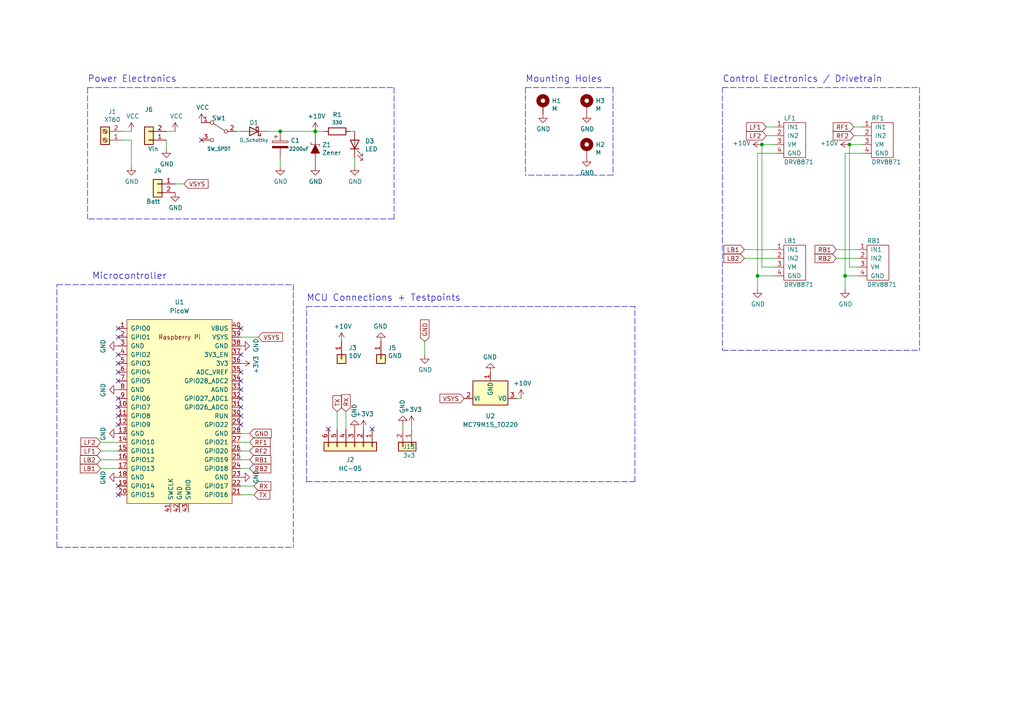
<source format=kicad_sch>
(kicad_sch (version 20211123) (generator eeschema)
  (paper "A4")
  (title_block (title "SDP23_Team5_Coaster") (date "2022-11-22") (rev "v1.0") (company "Qat") (comment 1 "Omar Areiqat") (comment 2 "Referenced from M5 Terrain Buggy"))
  (lib_symbols
    (symbol "Buggy_Components:Adafruit_DRV8871_Breakout" (pin_names (offset 1.016))
      (property "Reference" "A" (at -3.81 6.35 0))
      (property "Value" "Adafruit_DRV8871_Breakout" (at 0 -6.35 0))
      (symbol "Adafruit_DRV8871_Breakout_0_1"
        (rectangle (start -3.81 5.08) (end 2.54 -5.08))
      )
      (symbol "Adafruit_DRV8871_Breakout_1_1"
        (pin input line (at -6.35 3.81 0) (length 2.54) (name "IN1") (number "1"))
        (pin input line (at -6.35 1.27 0) (length 2.54) (name "IN2") (number "2"))
        (pin power_in line (at -6.35 -1.27 0) (length 2.54) (name "VM") (number "3"))
        (pin power_in line (at -6.35 -3.81 0) (length 2.54) (name "GND") (number "4"))
      )
    )
    (symbol "Connector:Screw_Terminal_01x02" (pin_names (offset 1.016) hide)
      (property "Reference" "J" (at 0 2.54 0))
      (property "Value" "Screw_Terminal_01x02" (at 0 -5.08 0))
      (symbol "Screw_Terminal_01x02_1_1"
        (rectangle (start -1.27 1.27) (end 1.27 -3.81) (stroke (width 0.254)) (fill (type background)))
        (circle (center 0 -2.54) (radius 0.635) (stroke (width 0.1524)))
        (polyline (pts (xy -0.5334 -2.2098) (xy 0.3302 -3.048)) (stroke (width 0.1524)))
        (polyline (pts (xy -0.5334 0.3302) (xy 0.3302 -0.508)) (stroke (width 0.1524)))
        (polyline (pts (xy -0.3556 -2.032) (xy 0.508 -2.8702)) (stroke (width 0.1524)))
        (polyline (pts (xy -0.3556 0.508) (xy 0.508 -0.3302)) (stroke (width 0.1524)))
        (circle (center 0 0) (radius 0.635) (stroke (width 0.1524)))
        (pin passive line (at -5.08 0 0) (length 3.81) (name "Pin_1") (number "1"))
        (pin passive line (at -5.08 -2.54 0) (length 3.81) (name "Pin_2") (number "2"))
      )
    )
    (symbol "Connector_Generic:Conn_01x01" (pin_names (offset 1.016) hide)
      (property "Reference" "J" (at 0 2.54 0))
      (property "Value" "Conn_01x01" (at 0 -2.54 0))
      (symbol "Conn_01x01_1_1"
        (rectangle (start -1.27 0.127) (end 0 -0.127) (stroke (width 0.1524)))
        (rectangle (start -1.27 1.27) (end 1.27 -1.27) (stroke (width 0.254)) (fill (type background)))
        (pin passive line (at -5.08 0 0) (length 3.81) (name "Pin_1") (number "1"))
      )
    )
    (symbol "Connector_Generic:Conn_01x02" (pin_names (offset 1.016) hide)
      (property "Reference" "J" (at 0 2.54 0))
      (property "Value" "Conn_01x02" (at 0 -5.08 0))
      (symbol "Conn_01x02_1_1"
        (rectangle (start -1.27 -2.413) (end 0 -2.667) (stroke (width 0.1524)))
        (rectangle (start -1.27 0.127) (end 0 -0.127) (stroke (width 0.1524)))
        (rectangle (start -1.27 1.27) (end 1.27 -3.81) (stroke (width 0.254)) (fill (type background)))
        (pin passive line (at -5.08 0 0) (length 3.81) (name "Pin_1") (number "1"))
        (pin passive line (at -5.08 -2.54 0) (length 3.81) (name "Pin_2") (number "2"))
      )
    )
    (symbol "Connector_Generic:Conn_01x06" (pin_names (offset 1.016) hide)
      (property "Reference" "J" (at 0 7.62 0))
      (property "Value" "Conn_01x06" (at 0 -10.16 0))
      (symbol "Conn_01x06_1_1"
        (rectangle (start -1.27 -7.493) (end 0 -7.747) (stroke (width 0.1524)))
        (rectangle (start -1.27 -4.953) (end 0 -5.207) (stroke (width 0.1524)))
        (rectangle (start -1.27 -2.413) (end 0 -2.667) (stroke (width 0.1524)))
        (rectangle (start -1.27 0.127) (end 0 -0.127) (stroke (width 0.1524)))
        (rectangle (start -1.27 2.667) (end 0 2.413) (stroke (width 0.1524)))
        (rectangle (start -1.27 5.207) (end 0 4.953) (stroke (width 0.1524)))
        (rectangle (start -1.27 6.35) (end 1.27 -8.89) (stroke (width 0.254)) (fill (type background)))
        (pin passive line (at -5.08 5.08 0) (length 3.81) (name "Pin_1") (number "1"))
        (pin passive line (at -5.08 2.54 0) (length 3.81) (name "Pin_2") (number "2"))
        (pin passive line (at -5.08 0 0) (length 3.81) (name "Pin_3") (number "3"))
        (pin passive line (at -5.08 -2.54 0) (length 3.81) (name "Pin_4") (number "4"))
        (pin passive line (at -5.08 -5.08 0) (length 3.81) (name "Pin_5") (number "5"))
        (pin passive line (at -5.08 -7.62 0) (length 3.81) (name "Pin_6") (number "6"))
      )
    )
    (symbol "Device:D_Schottky" (pin_numbers hide) (pin_names (offset 1.016) hide)
      (property "Reference" "D" (at 0 2.54 0))
      (property "Value" "D_Schottky" (at 0 -2.54 0))
      (symbol "D_Schottky_0_1"
        (polyline (pts (xy 1.27 0) (xy -1.27 0)))
        (polyline (pts (xy 1.27 1.27) (xy 1.27 -1.27) (xy -1.27 0) (xy 1.27 1.27)) (stroke (width 0.254)))
        (polyline (pts (xy -1.905 0.635) (xy -1.905 1.27) (xy -1.27 1.27) (xy -1.27 -1.27) (xy -0.635 -1.27) (xy -0.635 -0.635)) (stroke (width 0.254)))
      )
      (symbol "D_Schottky_1_1"
        (pin passive line (at -3.81 0 0) (length 2.54) (name "K") (number "1"))
        (pin passive line (at 3.81 0 180) (length 2.54) (name "A") (number "2"))
      )
    )
    (symbol "Device:LED" (pin_numbers hide) (pin_names (offset 1.016) hide)
      (property "Reference" "D" (at 0 2.54 0))
      (property "Value" "LED" (at 0 -2.54 0))
      (symbol "LED_0_1"
        (polyline (pts (xy -1.27 -1.27) (xy -1.27 1.27)) (stroke (width 0.254)))
        (polyline (pts (xy -1.27 0) (xy 1.27 0)))
        (polyline (pts (xy 1.27 -1.27) (xy 1.27 1.27) (xy -1.27 0) (xy 1.27 -1.27)) (stroke (width 0.254)))
        (polyline (pts (xy -3.048 -0.762) (xy -4.572 -2.286) (xy -3.81 -2.286) (xy -4.572 -2.286) (xy -4.572 -1.524)))
        (polyline (pts (xy -1.778 -0.762) (xy -3.302 -2.286) (xy -2.54 -2.286) (xy -3.302 -2.286) (xy -3.302 -1.524)))
      )
      (symbol "LED_1_1"
        (pin passive line (at -3.81 0 0) (length 2.54) (name "K") (number "1"))
        (pin passive line (at 3.81 0 180) (length 2.54) (name "A") (number "2"))
      )
    )
    (symbol "Device:R" (pin_numbers hide) (pin_names (offset 0))
      (property "Reference" "R" (at 2.032 0 90))
      (property "Value" "R" (at 0 0 90))
      (symbol "R_0_1"
        (rectangle (start -1.016 -2.54) (end 1.016 2.54) (stroke (width 0.254)))
      )
      (symbol "R_1_1"
        (pin passive line (at 0 3.81 270) (length 1.27) (name "~") (number "1"))
        (pin passive line (at 0 -3.81 90) (length 1.27) (name "~") (number "2"))
      )
    )
    (symbol "M5_BuggyProject-rescue:+3.3V-power" (power) (pin_names (offset 0))
      (property "Value" "+3.3V-power" (at 0 3.556 0))
      (symbol "+3.3V-power_0_1"
        (polyline (pts (xy -0.762 1.27) (xy 0 2.54)))
        (polyline (pts (xy 0 0) (xy 0 2.54)))
        (polyline (pts (xy 0 2.54) (xy 0.762 1.27)))
      )
      (symbol "+3.3V-power_1_1"
        (pin power_in line (at 0 0 90) (length 0) hide (name "+3V3") (number "1"))
      )
    )
    (symbol "M5_BuggyProject-rescue:1N5231BTR-dk_Diodes-Zener-Single" (pin_numbers hide) (pin_names (offset 0) hide)
      (property "Reference" "Z" (at 0 2.54 0))
      (property "Value" "1N5231BTR-dk_Diodes-Zener-Single" (at 0 -2.54 0))
      (symbol "1N5231BTR-dk_Diodes-Zener-Single_0_1"
        (polyline (pts (xy 1.27 -1.27) (xy 0.635 -1.27)))
        (polyline (pts (xy 1.27 1.27) (xy 1.27 -1.27)))
        (polyline (pts (xy 1.27 1.27) (xy 1.905 1.27)))
        (polyline (pts (xy -1.27 1.27) (xy -1.27 -1.27) (xy 1.27 0) (xy -1.27 1.27)) (fill (type outline)))
      )
      (symbol "1N5231BTR-dk_Diodes-Zener-Single_1_1"
        (pin passive line (at -5.08 0 0) (length 3.81) (name "~") (number "A"))
        (pin passive line (at 5.08 0 180) (length 3.81) (name "~") (number "K"))
      )
    )
    (symbol "M5_BuggyProject-rescue:CP-Device" (pin_numbers hide) (pin_names (offset 0.254))
      (property "Reference" "C" (at 0.635 2.54 0))
      (property "Value" "CP-Device" (at 0.635 -2.54 0))
      (symbol "CP-Device_0_1"
        (rectangle (start -2.286 0.508) (end 2.286 1.016))
        (polyline (pts (xy -1.778 2.286) (xy -0.762 2.286)))
        (polyline (pts (xy -1.27 2.794) (xy -1.27 1.778)))
        (rectangle (start 2.286 -0.508) (end -2.286 -1.016) (fill (type outline)))
      )
      (symbol "CP-Device_1_1"
        (pin passive line (at 0 3.81 270) (length 2.794) (name "~") (number "1"))
        (pin passive line (at 0 -3.81 90) (length 2.794) (name "~") (number "2"))
      )
    )
    (symbol "Mechanical:MountingHole_Pad" (pin_numbers hide) (pin_names (offset 1.016) hide)
      (property "Reference" "H" (at 0 6.35 0))
      (property "Value" "MountingHole_Pad" (at 0 4.445 0))
      (symbol "MountingHole_Pad_0_1"
        (circle (center 0 1.27) (radius 1.27) (stroke (width 1.27)))
      )
      (symbol "MountingHole_Pad_1_1"
        (pin input line (at 0 -2.54 90) (length 2.54) (name "1") (number "1"))
      )
    )
    (symbol "RPi_Pico:PicoW" (pin_names (offset 1.016))
      (property "Reference" "U" (at -13.97 27.94 0))
      (property "Value" "PicoW" (at 0 19.05 0))
      (symbol "PicoW_0_0"
        (text "Raspberry Pi" (at 0 21.59 0) (effects (font (size 1.27 1.27))))
      )
      (symbol "PicoW_0_1"
        (rectangle (start -15.24 26.67) (end 15.24 -26.67) (fill (type background)))
      )
      (symbol "PicoW_1_1"
        (pin bidirectional line (at -17.78 24.13 0) (length 2.54) (name "GPIO0") (number "1"))
        (pin bidirectional line (at -17.78 1.27 0) (length 2.54) (name "GPIO7") (number "10"))
        (pin bidirectional line (at -17.78 -1.27 0) (length 2.54) (name "GPIO8") (number "11"))
        (pin bidirectional line (at -17.78 -3.81 0) (length 2.54) (name "GPIO9") (number "12"))
        (pin power_in line (at -17.78 -6.35 0) (length 2.54) (name "GND") (number "13"))
        (pin bidirectional line (at -17.78 -8.89 0) (length 2.54) (name "GPIO10") (number "14"))
        (pin bidirectional line (at -17.78 -11.43 0) (length 2.54) (name "GPIO11") (number "15"))
        (pin bidirectional line (at -17.78 -13.97 0) (length 2.54) (name "GPIO12") (number "16"))
        (pin bidirectional line (at -17.78 -16.51 0) (length 2.54) (name "GPIO13") (number "17"))
        (pin power_in line (at -17.78 -19.05 0) (length 2.54) (name "GND") (number "18"))
        (pin bidirectional line (at -17.78 -21.59 0) (length 2.54) (name "GPIO14") (number "19"))
        (pin bidirectional line (at -17.78 21.59 0) (length 2.54) (name "GPIO1") (number "2"))
        (pin bidirectional line (at -17.78 -24.13 0) (length 2.54) (name "GPIO15") (number "20"))
        (pin bidirectional line (at 17.78 -24.13 180) (length 2.54) (name "GPIO16") (number "21"))
        (pin bidirectional line (at 17.78 -21.59 180) (length 2.54) (name "GPIO17") (number "22"))
        (pin power_in line (at 17.78 -19.05 180) (length 2.54) (name "GND") (number "23"))
        (pin bidirectional line (at 17.78 -16.51 180) (length 2.54) (name "GPIO18") (number "24"))
        (pin bidirectional line (at 17.78 -13.97 180) (length 2.54) (name "GPIO19") (number "25"))
        (pin bidirectional line (at 17.78 -11.43 180) (length 2.54) (name "GPIO20") (number "26"))
        (pin bidirectional line (at 17.78 -8.89 180) (length 2.54) (name "GPIO21") (number "27"))
        (pin power_in line (at 17.78 -6.35 180) (length 2.54) (name "GND") (number "28"))
        (pin bidirectional line (at 17.78 -3.81 180) (length 2.54) (name "GPIO22") (number "29"))
        (pin power_in line (at -17.78 19.05 0) (length 2.54) (name "GND") (number "3"))
        (pin input line (at 17.78 -1.27 180) (length 2.54) (name "RUN") (number "30"))
        (pin bidirectional line (at 17.78 1.27 180) (length 2.54) (name "GPIO26_ADC0") (number "31"))
        (pin bidirectional line (at 17.78 3.81 180) (length 2.54) (name "GPIO27_ADC1") (number "32"))
        (pin power_in line (at 17.78 6.35 180) (length 2.54) (name "AGND") (number "33"))
        (pin bidirectional line (at 17.78 8.89 180) (length 2.54) (name "GPIO28_ADC2") (number "34"))
        (pin unspecified line (at 17.78 11.43 180) (length 2.54) (name "ADC_VREF") (number "35"))
        (pin unspecified line (at 17.78 13.97 180) (length 2.54) (name "3V3") (number "36"))
        (pin input line (at 17.78 16.51 180) (length 2.54) (name "3V3_EN") (number "37"))
        (pin bidirectional line (at 17.78 19.05 180) (length 2.54) (name "GND") (number "38"))
        (pin unspecified line (at 17.78 21.59 180) (length 2.54) (name "VSYS") (number "39"))
        (pin bidirectional line (at -17.78 16.51 0) (length 2.54) (name "GPIO2") (number "4"))
        (pin unspecified line (at 17.78 24.13 180) (length 2.54) (name "VBUS") (number "40"))
        (pin input line (at -2.54 -29.21 90) (length 2.54) (name "SWCLK") (number "41"))
        (pin power_in line (at 0 -29.21 90) (length 2.54) (name "GND") (number "42"))
        (pin bidirectional line (at 2.54 -29.21 90) (length 2.54) (name "SWDIO") (number "43"))
        (pin bidirectional line (at -17.78 13.97 0) (length 2.54) (name "GPIO3") (number "5"))
        (pin bidirectional line (at -17.78 11.43 0) (length 2.54) (name "GPIO4") (number "6"))
        (pin bidirectional line (at -17.78 8.89 0) (length 2.54) (name "GPIO5") (number "7"))
        (pin power_in line (at -17.78 6.35 0) (length 2.54) (name "GND") (number "8"))
        (pin bidirectional line (at -17.78 3.81 0) (length 2.54) (name "GPIO6") (number "9"))
      )
    )
    (symbol "Regulator_Linear:MC79M15_TO220" (pin_names (offset 0.254))
      (property "Reference" "U" (at -3.81 -3.175 0))
      (property "Value" "MC79M15_TO220" (at 0 -3.175 0))
      (symbol "MC79M15_TO220_0_1"
        (rectangle (start -5.08 5.08) (end 5.08 -1.905) (stroke (width 0.254)) (fill (type background)))
      )
      (symbol "MC79M15_TO220_1_1"
        (pin power_in line (at 0 7.62 270) (length 2.54) (name "GND") (number "1"))
        (pin power_in line (at -7.62 0 0) (length 2.54) (name "VI") (number "2"))
        (pin power_out line (at 7.62 0 180) (length 2.54) (name "VO") (number "3"))
      )
    )
    (symbol "Switch:SW_SPDT" (pin_names (offset 0) hide)
      (property "Reference" "SW" (at 0 4.318 0))
      (property "Value" "SW_SPDT" (at 0 -5.08 0))
      (symbol "SW_SPDT_0_0"
        (circle (center -2.032 0) (radius 0.508))
        (circle (center 2.032 -2.54) (radius 0.508))
      )
      (symbol "SW_SPDT_0_1"
        (polyline (pts (xy -1.524 0.254) (xy 1.651 2.286)))
        (circle (center 2.032 2.54) (radius 0.508))
      )
      (symbol "SW_SPDT_1_1"
        (pin passive line (at 5.08 2.54 180) (length 2.54) (name "A") (number "1"))
        (pin passive line (at -5.08 0 0) (length 2.54) (name "B") (number "2"))
        (pin passive line (at 5.08 -2.54 180) (length 2.54) (name "C") (number "3"))
      )
    )
    (symbol "power:+10V" (power) (pin_names (offset 0))
      (property "Value" "+10V" (at 0 3.556 0))
      (symbol "+10V_0_1"
        (polyline (pts (xy -0.762 1.27) (xy 0 2.54)))
        (polyline (pts (xy 0 0) (xy 0 2.54)))
        (polyline (pts (xy 0 2.54) (xy 0.762 1.27)))
      )
      (symbol "+10V_1_1"
        (pin power_in line (at 0 0 90) (length 0) hide (name "+10V") (number "1"))
      )
    )
    (symbol "power:GND" (power) (pin_names (offset 0))
      (property "Value" "GND" (at 0 -3.81 0))
      (symbol "GND_0_1"
        (polyline (pts (xy 0 0) (xy 0 -1.27) (xy 1.27 -1.27) (xy 0 -2.54) (xy -1.27 -1.27) (xy 0 -1.27)))
      )
      (symbol "GND_1_1"
        (pin power_in line (at 0 0 270) (length 0) hide (name "GND") (number "1"))
      )
    )
    (symbol "power:VCC" (power) (pin_names (offset 0))
      (property "Value" "VCC" (at 0 3.81 0))
      (symbol "VCC_0_1"
        (polyline (pts (xy -0.762 1.27) (xy 0 2.54)))
        (polyline (pts (xy 0 0) (xy 0 2.54)))
        (polyline (pts (xy 0 2.54) (xy 0.762 1.27)))
      )
      (symbol "VCC_1_1"
        (pin power_in line (at 0 0 90) (length 0) hide (name "VCC") (number "1"))
      )
    )
  )
  (junction (at 220.98 41.91))
  (junction (at 219.71 80.01))
  (junction (at 91.44 38.1))
  (junction (at 81.28 38.1))
  (junction (at 246.38 41.91))
  (junction (at 245.11 80.01))
  (no_connect (at 69.85 113.03))
  (no_connect (at 69.85 123.19))
  (no_connect (at 34.29 140.97))
  (no_connect (at 69.85 118.11))
  (no_connect (at 34.29 118.11))
  (no_connect (at 34.29 105.41))
  (no_connect (at 107.95 124.46))
  (no_connect (at 58.42 40.64))
  (no_connect (at 69.85 115.57))
  (no_connect (at 34.29 107.95))
  (no_connect (at 34.29 123.19))
  (no_connect (at 95.25 124.46))
  (no_connect (at 69.85 107.95))
  (no_connect (at 34.29 143.51))
  (no_connect (at 34.29 102.87))
  (no_connect (at 69.85 95.25))
  (no_connect (at 34.29 97.79))
  (no_connect (at 69.85 120.65))
  (no_connect (at 34.29 120.65))
  (no_connect (at 69.85 102.87))
  (no_connect (at 34.29 115.57))
  (no_connect (at 69.85 110.49))
  (no_connect (at 34.29 95.25))
  (no_connect (at 34.29 110.49))
  (wire (pts (xy 69.85 97.79) (xy 74.93 97.79)))
  (wire (pts (xy 123.19 99.06) (xy 123.19 102.87)))
  (wire (pts (xy 29.21 135.89) (xy 34.29 135.89)))
  (wire (pts (xy 246.38 41.91) (xy 246.38 77.47)))
  (polyline (pts (xy 25.4 25.4) (xy 25.4 63.5)))
  (wire (pts (xy 29.21 128.27) (xy 34.29 128.27)))
  (polyline (pts (xy 177.8 25.4) (xy 177.8 50.8)))
  (wire (pts (xy 224.79 36.83) (xy 222.25 36.83)))
  (wire (pts (xy 72.39 130.81) (xy 69.85 130.81)))
  (wire (pts (xy 250.19 41.91) (xy 246.38 41.91)))
  (wire (pts (xy 69.85 143.51) (xy 73.66 143.51)))
  (wire (pts (xy 35.56 38.1) (xy 38.1 38.1)))
  (wire (pts (xy 245.11 44.45) (xy 245.11 80.01)))
  (wire (pts (xy 69.85 140.97) (xy 73.66 140.97)))
  (wire (pts (xy 250.19 36.83) (xy 247.65 36.83)))
  (wire (pts (xy 48.26 43.18) (xy 48.26 40.64)))
  (wire (pts (xy 242.57 72.39) (xy 248.92 72.39)))
  (polyline (pts (xy 209.55 25.4) (xy 266.7 25.4)))
  (wire (pts (xy 100.33 119.38) (xy 100.33 124.46)))
  (polyline (pts (xy 114.3 63.5) (xy 25.4 63.5)))
  (wire (pts (xy 102.87 45.72) (xy 102.87 48.26)))
  (wire (pts (xy 215.9 72.39) (xy 224.79 72.39)))
  (wire (pts (xy 215.9 74.93) (xy 224.79 74.93)))
  (wire (pts (xy 72.39 125.73) (xy 69.85 125.73)))
  (polyline (pts (xy 177.8 50.8) (xy 152.4 50.8)))
  (polyline (pts (xy 152.4 25.4) (xy 152.4 50.8)))
  (wire (pts (xy 151.13 115.57) (xy 149.86 115.57)))
  (wire (pts (xy 50.8 53.34) (xy 53.34 53.34)))
  (wire (pts (xy 81.28 38.1) (xy 91.44 38.1)))
  (wire (pts (xy 69.85 38.1) (xy 68.58 38.1)))
  (polyline (pts (xy 114.3 25.4) (xy 114.3 63.5)))
  (wire (pts (xy 35.56 40.64) (xy 38.1 40.64)))
  (wire (pts (xy 72.39 128.27) (xy 69.85 128.27)))
  (wire (pts (xy 219.71 80.01) (xy 224.79 80.01)))
  (wire (pts (xy 224.79 41.91) (xy 220.98 41.91)))
  (wire (pts (xy 116.84 123.19) (xy 116.84 124.46)))
  (wire (pts (xy 29.21 133.35) (xy 34.29 133.35)))
  (wire (pts (xy 246.38 77.47) (xy 248.92 77.47)))
  (polyline (pts (xy 16.51 158.75) (xy 16.51 82.55)))
  (wire (pts (xy 220.98 77.47) (xy 224.79 77.47)))
  (wire (pts (xy 29.21 130.81) (xy 34.29 130.81)))
  (wire (pts (xy 38.1 40.64) (xy 38.1 48.26)))
  (wire (pts (xy 250.19 44.45) (xy 245.11 44.45)))
  (polyline (pts (xy 209.55 25.4) (xy 209.55 101.6)))
  (polyline (pts (xy 16.51 82.55) (xy 85.09 82.55)))
  (wire (pts (xy 97.79 119.38) (xy 97.79 124.46)))
  (polyline (pts (xy 88.9 88.9) (xy 184.15 88.9)))
  (wire (pts (xy 72.39 135.89) (xy 69.85 135.89)))
  (wire (pts (xy 224.79 39.37) (xy 222.25 39.37)))
  (wire (pts (xy 77.47 38.1) (xy 81.28 38.1)))
  (wire (pts (xy 219.71 80.01) (xy 219.71 83.82)))
  (wire (pts (xy 91.44 38.1) (xy 93.98 38.1)))
  (wire (pts (xy 224.79 44.45) (xy 219.71 44.45)))
  (polyline (pts (xy 88.9 139.7) (xy 184.15 139.7)))
  (wire (pts (xy 245.11 80.01) (xy 248.92 80.01)))
  (polyline (pts (xy 266.7 25.4) (xy 266.7 101.6)))
  (wire (pts (xy 219.71 44.45) (xy 219.71 80.01)))
  (wire (pts (xy 250.19 39.37) (xy 247.65 39.37)))
  (polyline (pts (xy 16.51 158.75) (xy 85.09 158.75)))
  (wire (pts (xy 245.11 80.01) (xy 245.11 83.82)))
  (polyline (pts (xy 25.4 25.4) (xy 114.3 25.4)))
  (polyline (pts (xy 85.09 82.55) (xy 85.09 158.75)))
  (wire (pts (xy 72.39 133.35) (xy 69.85 133.35)))
  (wire (pts (xy 102.87 38.1) (xy 101.6 38.1)))
  (polyline (pts (xy 209.55 101.6) (xy 266.7 101.6)))
  (wire (pts (xy 242.57 74.93) (xy 248.92 74.93)))
  (wire (pts (xy 220.98 41.91) (xy 220.98 77.47)))
  (wire (pts (xy 119.38 123.19) (xy 119.38 124.46)))
  (wire (pts (xy 81.28 45.72) (xy 81.28 48.26)))
  (polyline (pts (xy 184.15 139.7) (xy 184.15 88.9)))
  (polyline (pts (xy 88.9 139.7) (xy 88.9 88.9)))
  (wire (pts (xy 50.8 38.1) (xy 48.26 38.1)))
  (polyline (pts (xy 152.4 25.4) (xy 177.8 25.4)))
  (text "MCU Connections + Testpoints" (at 88.9 87.63 0) (effects (font (size 1.905 1.905)) (justify left bottom)))
  (text "Control Electronics / Drivetrain" (at 209.55 24.13 0) (effects (font (size 1.905 1.905)) (justify left bottom)))
  (text "Power Electronics\n" (at 25.4 24.13 0) (effects (font (size 1.905 1.905)) (justify left bottom)))
  (text "Mounting Holes" (at 152.4 24.13 0) (effects (font (size 1.905 1.905)) (justify left bottom)))
  (text "Microcontroller" (at 26.67 81.28 0) (effects (font (size 1.905 1.905)) (justify left bottom)))
  (global_label "LF2" (shape input) (at 222.25 39.37 180) (property "Intersheet References" "${INTERSHEET_REFS}" (effects hide)))
  (global_label "RF2" (shape input) (at 72.39 130.81 0) (property "Intersheet References" "${INTERSHEET_REFS}" (effects hide)))
  (global_label "RB1" (shape input) (at 72.39 133.35 0) (property "Intersheet References" "${INTERSHEET_REFS}" (effects hide)))
  (global_label "TX" (shape input) (at 97.79 119.38 90) (property "Intersheet References" "${INTERSHEET_REFS}" (effects hide)))
  (global_label "VSYS" (shape input) (at 74.93 97.79 0) (property "Intersheet References" "${INTERSHEET_REFS}" (effects hide)))
  (global_label "RB2" (shape input) (at 242.57 74.93 180) (property "Intersheet References" "${INTERSHEET_REFS}" (effects hide)))
  (global_label "GND" (shape input) (at 123.19 99.06 90) (property "Intersheet References" "${INTERSHEET_REFS}" (effects hide)))
  (global_label "LF1" (shape input) (at 222.25 36.83 180) (property "Intersheet References" "${INTERSHEET_REFS}" (effects hide)))
  (global_label "TX" (shape input) (at 73.66 143.51 0) (property "Intersheet References" "${INTERSHEET_REFS}" (effects hide)))
  (global_label "RF2" (shape input) (at 247.65 39.37 180) (property "Intersheet References" "${INTERSHEET_REFS}" (effects hide)))
  (global_label "LB1" (shape input) (at 29.21 135.89 180) (property "Intersheet References" "${INTERSHEET_REFS}" (effects hide)))
  (global_label "RB1" (shape input) (at 242.57 72.39 180) (property "Intersheet References" "${INTERSHEET_REFS}" (effects hide)))
  (global_label "LB1" (shape input) (at 215.9 72.39 180) (property "Intersheet References" "${INTERSHEET_REFS}" (effects hide)))
  (global_label "LB2" (shape input) (at 215.9 74.93 180) (property "Intersheet References" "${INTERSHEET_REFS}" (effects hide)))
  (global_label "RX" (shape input) (at 73.66 140.97 0) (property "Intersheet References" "${INTERSHEET_REFS}" (effects hide)))
  (global_label "RB2" (shape input) (at 72.39 135.89 0) (property "Intersheet References" "${INTERSHEET_REFS}" (effects hide)))
  (global_label "RX" (shape input) (at 100.33 119.38 90) (property "Intersheet References" "${INTERSHEET_REFS}" (effects hide)))
  (global_label "LF1" (shape input) (at 29.21 130.81 180) (property "Intersheet References" "${INTERSHEET_REFS}" (effects hide)))
  (global_label "RF1" (shape input) (at 72.39 128.27 0) (property "Intersheet References" "${INTERSHEET_REFS}" (effects hide)))
  (global_label "VSYS" (shape input) (at 134.62 115.57 180) (property "Intersheet References" "${INTERSHEET_REFS}" (effects hide)))
  (global_label "LF2" (shape input) (at 29.21 128.27 180) (property "Intersheet References" "${INTERSHEET_REFS}" (effects hide)))
  (global_label "GND" (shape input) (at 72.39 125.73 0) (property "Intersheet References" "${INTERSHEET_REFS}" (effects hide)))
  (global_label "VSYS" (shape input) (at 53.34 53.34 0) (property "Intersheet References" "${INTERSHEET_REFS}" (effects hide)))
  (global_label "RF1" (shape input) (at 247.65 36.83 180) (property "Intersheet References" "${INTERSHEET_REFS}" (effects hide)))
  (global_label "LB2" (shape input) (at 29.21 133.35 180) (property "Intersheet References" "${INTERSHEET_REFS}" (effects hide)))
  (symbol (lib_id "Buggy_Components:Adafruit_DRV8871_Breakout") (at 231.14 40.64 0) (unit 1)
    (property "Reference" "LF1" (at 227.33 34.29 0) (effects (justify left)))
    (property "Value" "DRV8871" (at 227.33 46.99 0) (effects (justify left)))
    (property "Footprint" "Connector_PinSocket_2.54mm:PinSocket_1x04_P2.54mm_Vertical" (effects hide))
  )
  (symbol (lib_id "Buggy_Components:Adafruit_DRV8871_Breakout") (at 255.27 76.2 0) (unit 1)
    (property "Reference" "RB1" (at 251.46 69.85 0) (effects (justify left)))
    (property "Value" "DRV8871" (at 251.46 82.55 0) (effects (justify left)))
    (property "Footprint" "Connector_PinSocket_2.54mm:PinSocket_1x04_P2.54mm_Vertical" (effects hide))
  )
  (symbol (lib_id "Buggy_Components:Adafruit_DRV8871_Breakout") (at 231.14 76.2 0) (unit 1)
    (property "Reference" "LB1" (at 227.33 69.85 0) (effects (justify left)))
    (property "Value" "DRV8871" (at 227.33 82.55 0) (effects (justify left)))
    (property "Footprint" "Connector_PinSocket_2.54mm:PinSocket_1x04_P2.54mm_Vertical" (effects hide))
  )
  (symbol (lib_id "power:GND") (at 219.71 83.82 0) (unit 1)
    (property "Reference" "#PWR03" (effects hide))
    (property "Value" "GND" (at 219.837 88.2142 0))
  )
  (symbol (lib_id "power:GND") (at 245.11 83.82 0) (unit 1)
    (property "Reference" "#PWR05" (effects hide))
    (property "Value" "GND" (at 245.237 88.2142 0))
  )
  (symbol (lib_id "power:GND") (at 38.1 48.26 0) (unit 1)
    (property "Reference" "#PWR02" (effects hide))
    (property "Value" "GND" (at 38.227 52.6542 0))
  )
  (symbol (lib_id "Buggy_Components:Adafruit_DRV8871_Breakout") (at 256.54 40.64 0) (unit 1)
    (property "Reference" "RF1" (at 252.73 34.29 0) (effects (justify left)))
    (property "Value" "DRV8871" (at 252.73 46.99 0) (effects (justify left)))
    (property "Footprint" "Connector_PinSocket_2.54mm:PinSocket_1x04_P2.54mm_Vertical" (effects hide))
  )
  (symbol (lib_id "M5_BuggyProject-rescue:CP-Device") (at 81.28 41.91 0) (unit 1)
    (property "Reference" "C1" (at 84.2772 40.7416 0) (effects (justify left)))
    (property "Value" "2200uF" (at 83.82 43.18 0) (effects (font (size 1.016 1.016)) (justify left)))
    (property "Footprint" "Capacitor_THT:CP_Radial_D10.0mm_P5.00mm" (effects hide))
  )
  (symbol (lib_id "power:GND") (at 91.44 48.26 0) (unit 1)
    (property "Reference" "#PWR06" (effects hide))
    (property "Value" "GND" (at 91.567 52.6542 0))
  )
  (symbol (lib_id "Device:R") (at 97.79 38.1 270) (unit 1)
    (property "Reference" "R1" (at 97.79 33.2486 90))
    (property "Value" "330" (at 97.79 35.56 90) (effects (font (size 1.016 1.016))))
    (property "Footprint" "Resistor_SMD:R_1206_3216Metric" (effects hide))
  )
  (symbol (lib_id "Device:LED") (at 102.87 41.91 90) (unit 1)
    (property "Reference" "D3" (at 105.8672 40.9194 90) (effects (justify right)))
    (property "Value" "LED" (at 105.8672 43.2308 90) (effects (justify right)))
    (property "Footprint" "LED_SMD:LED_1206_3216Metric" (effects hide))
  )
  (symbol (lib_id "Connector:Screw_Terminal_01x02") (at 30.48 40.64 180) (unit 1)
    (property "Reference" "J1" (at 32.5628 32.385 0))
    (property "Value" "XT60" (at 32.5628 34.6964 0))
    (property "Footprint" "Connector_AMASS:AMASS_XT60-M_1x02_P7.20mm_Vertical" (effects hide))
  )
  (symbol (lib_id "Device:D_Schottky") (at 73.66 38.1 180) (unit 1)
    (property "Reference" "D1" (at 73.66 35.56 0))
    (property "Value" "D_Schottky" (at 73.66 40.64 0) (effects (font (size 1.016 1.016))))
    (property "Footprint" "Package_TO_SOT_THT:TO-220-2_Vertical" (effects hide))
  )
  (symbol (lib_id "M5_BuggyProject-rescue:1N5231BTR-dk_Diodes-Zener-Single") (at 91.44 43.18 90) (unit 1)
    (property "Reference" "Z1" (at 93.4212 42.0116 90) (effects (justify right)))
    (property "Value" "Zener" (at 93.4212 44.323 90) (effects (justify right)))
    (property "Footprint" "digikey-footprints:DO-214AC" (effects hide))
    (property "Datasheet" "https://www.onsemi.com/pub/Collateral/1N5221B-D.PDF" (effects hide))
    (property "Digi-Key_PN" "1N5231BFSCT-ND" (effects hide))
    (property "MPN" "1N5231BTR" (effects hide))
    (property "Category" "Discrete Semiconductor Products" (effects hide))
    (property "Family" "Diodes - Zener - Single" (effects hide))
    (property "DK_Datasheet_Link" "https://www.onsemi.com/pub/Collateral/1N5221B-D.PDF" (effects hide))
    (property "DK_Detail_Page" "/product-detail/en/on-semiconductor/1N5231BTR/1N5231BFSCT-ND/1532765" (effects hide))
    (property "Description" "DIODE ZENER 5.1V 500MW DO35" (effects hide))
    (property "Manufacturer" "ON Semiconductor" (effects hide))
    (property "Status" "Active" (effects hide))
  )
  (symbol (lib_id "power:VCC") (at 38.1 38.1 0) (unit 1)
    (property "Reference" "#PWR01" (effects hide))
    (property "Value" "VCC" (at 38.481 33.7058 0))
  )
  (symbol (lib_id "power:GND") (at 81.28 48.26 0) (unit 1)
    (property "Reference" "#PWR04" (effects hide))
    (property "Value" "GND" (at 81.407 52.6542 0))
  )
  (symbol (lib_id "power:GND") (at 102.87 48.26 0) (unit 1)
    (property "Reference" "#PWR07" (effects hide))
    (property "Value" "GND" (at 102.997 52.6542 0))
  )
  (symbol (lib_id "Mechanical:MountingHole_Pad") (at 157.48 30.48 0) (unit 1)
    (property "Reference" "H1" (at 160.02 29.2354 0) (effects (justify left)))
    (property "Value" "M" (at 160.02 31.5468 0) (effects (justify left)))
    (property "Footprint" "MountingHole:MountingHole_4.3mm_M4_Pad_Via" (effects hide))
  )
  (symbol (lib_id "Mechanical:MountingHole_Pad") (at 170.18 30.48 0) (unit 1)
    (property "Reference" "H3" (at 172.72 29.2354 0) (effects (justify left)))
    (property "Value" "M" (at 172.72 31.5468 0) (effects (justify left)))
    (property "Footprint" "MountingHole:MountingHole_4.3mm_M4_Pad_Via" (effects hide))
  )
  (symbol (lib_id "Mechanical:MountingHole_Pad") (at 170.18 43.18 0) (unit 1)
    (property "Reference" "H2" (at 172.72 41.9354 0) (effects (justify left)))
    (property "Value" "M" (at 172.72 44.2468 0) (effects (justify left)))
    (property "Footprint" "MountingHole:MountingHole_4.3mm_M4_Pad_Via" (effects hide))
  )
  (symbol (lib_id "power:+10V") (at 91.44 38.1 0) (unit 1)
    (property "Reference" "#PWR08" (effects hide))
    (property "Value" "+10V" (at 91.821 33.7058 0))
  )
  (symbol (lib_id "power:+10V") (at 220.98 41.91 90) (unit 1)
    (property "Reference" "#PWR011" (effects hide))
    (property "Value" "+10V" (at 217.7288 41.529 90) (effects (justify left)))
  )
  (symbol (lib_id "power:+10V") (at 246.38 41.91 90) (unit 1)
    (property "Reference" "#PWR016" (effects hide))
    (property "Value" "+10V" (at 243.1288 41.529 90) (effects (justify left)))
  )
  (symbol (lib_id "Connector_Generic:Conn_01x01") (at 99.06 104.14 270) (unit 1)
    (property "Reference" "J3" (at 101.092 100.8888 90) (effects (justify left)))
    (property "Value" "10V" (at 101.092 103.2002 90) (effects (justify left)))
    (property "Footprint" "TestPoint:TestPoint_Plated_Hole_D5.0mm" (effects hide))
  )
  (symbol (lib_id "Connector_Generic:Conn_01x01") (at 110.49 104.14 270) (unit 1)
    (property "Reference" "J5" (at 112.522 100.8888 90) (effects (justify left)))
    (property "Value" "GND" (at 112.522 103.2002 90) (effects (justify left)))
    (property "Footprint" "TestPoint:TestPoint_Plated_Hole_D5.0mm" (effects hide))
  )
  (symbol (lib_id "power:+10V") (at 99.06 99.06 0) (unit 1)
    (property "Reference" "#PWR0104" (effects hide))
    (property "Value" "+10V" (at 99.441 94.6658 0))
  )
  (symbol (lib_id "power:GND") (at 110.49 99.06 180) (unit 1)
    (property "Reference" "#PWR0105" (effects hide))
    (property "Value" "GND" (at 110.363 94.6658 0))
  )
  (symbol (lib_id "Switch:SW_SPDT") (at 63.5 38.1 0) (mirror y) (unit 1)
    (property "Reference" "SW1" (at 63.5 34.29 0))
    (property "Value" "SW_SPDT" (at 63.5 43.18 0) (effects (font (size 1.016 1.016))))
    (property "Footprint" "Buggy_Footprints:1101M2S3CQE2" (effects hide))
  )
  (symbol (lib_id "power:VCC") (at 58.42 35.56 0) (unit 1)
    (property "Reference" "#PWR0102" (effects hide))
    (property "Value" "VCC" (at 58.801 31.1658 0))
  )
  (symbol (lib_id "power:GND") (at 142.24 107.95 180) (unit 1)
    (property "Reference" "#PWR0122" (effects hide))
    (property "Value" "GND" (at 142.113 103.5558 0))
  )
  (symbol (lib_id "Connector_Generic:Conn_01x02") (at 43.18 40.64 180) (unit 1)
    (property "Reference" "J6" (at 43.18 31.75 0))
    (property "Value" "Vin" (at 44.45 43.18 0))
    (property "Footprint" "Connector_PinSocket_2.54mm:PinSocket_1x02_P2.54mm_Vertical" (effects hide))
  )
  (symbol (lib_id "Connector_Generic:Conn_01x02") (at 119.38 129.54 270) (unit 1)
    (property "Reference" "J13" (at 116.84 129.54 90) (effects (justify left)))
    (property "Value" "3v3" (at 116.84 132.08 90) (effects (justify left)))
    (property "Footprint" "Connector_PinSocket_2.54mm:PinSocket_1x02_P2.54mm_Vertical" (effects hide))
  )
  (symbol (lib_id "Regulator_Linear:MC79M15_TO220") (at 142.24 115.57 0) (unit 1)
    (property "Reference" "U2" (at 142.24 120.65 0))
    (property "Value" "MC79M15_TO220" (at 142.24 123.19 0))
    (property "Footprint" "Package_TO_SOT_THT:TO-220-3_Vertical" (effects hide))
    (property "Datasheet" "http://www.onsemi.com/pub/Collateral/MC79M00-D.PDF" (effects hide))
  )
  (symbol (lib_id "Connector_Generic:Conn_01x02") (at 45.72 53.34 0) (mirror y) (unit 1)
    (property "Reference" "J4" (at 45.72 49.53 0))
    (property "Value" "Batt" (at 44.45 58.42 0))
    (property "Footprint" "Connector_PinSocket_2.54mm:PinSocket_1x02_P2.54mm_Vertical" (effects hide))
  )
  (symbol (lib_id "M5_BuggyProject-rescue:+3.3V-power") (at 69.85 105.41 270) (unit 1)
    (property "Reference" "#PWR0106" (effects hide))
    (property "Value" "+3.3V" (at 74.2442 105.791 0))
  )
  (symbol (lib_id "power:VCC") (at 50.8 38.1 0) (unit 1)
    (property "Reference" "#PWR0116" (effects hide))
    (property "Value" "VCC" (at 51.181 33.7058 0))
  )
  (symbol (lib_id "power:GND") (at 34.29 138.43 270) (unit 1)
    (property "Reference" "#PWR0111" (effects hide))
    (property "Value" "GND" (at 29.8958 138.557 0))
  )
  (symbol (lib_id "power:GND") (at 157.48 33.02 0) (unit 1)
    (property "Reference" "#PWR0120" (effects hide))
    (property "Value" "GND" (at 157.607 37.4142 0))
  )
  (symbol (lib_id "power:GND") (at 170.18 33.02 0) (unit 1)
    (property "Reference" "#PWR0117" (effects hide))
    (property "Value" "GND" (at 170.307 37.4142 0))
  )
  (symbol (lib_id "Connector_Generic:Conn_01x06") (at 102.87 129.54 270) (unit 1)
    (property "Reference" "J2" (at 101.6 133.35 90))
    (property "Value" "HC-05" (at 101.6 135.89 90))
    (property "Footprint" "Connector_PinSocket_2.54mm:PinSocket_1x06_P2.54mm_Vertical" (effects hide))
  )
  (symbol (lib_id "power:GND") (at 116.84 123.19 180) (unit 1)
    (property "Reference" "#PWR0119" (effects hide))
    (property "Value" "GND" (at 116.713 119.9388 90) (effects (justify right)))
  )
  (symbol (lib_id "power:GND") (at 48.26 43.18 0) (unit 1)
    (property "Reference" "#PWR0115" (effects hide))
    (property "Value" "GND" (at 48.387 47.5742 0))
  )
  (symbol (lib_id "power:GND") (at 34.29 125.73 270) (unit 1)
    (property "Reference" "#PWR0112" (effects hide))
    (property "Value" "GND" (at 29.8958 125.857 0))
  )
  (symbol (lib_id "power:GND") (at 50.8 55.88 0) (unit 1)
    (property "Reference" "#PWR0108" (effects hide))
    (property "Value" "GND" (at 50.927 60.2742 0))
  )
  (symbol (lib_id "power:GND") (at 123.19 102.87 0) (unit 1)
    (property "Reference" "#PWR0109" (effects hide))
    (property "Value" "GND" (at 123.317 107.2642 0))
  )
  (symbol (lib_id "power:GND") (at 69.85 100.33 90) (unit 1)
    (property "Reference" "#PWR0101" (effects hide))
    (property "Value" "GND" (at 74.2442 100.203 0))
  )
  (symbol (lib_id "M5_BuggyProject-rescue:+3.3V-power") (at 105.41 124.46 0) (unit 1)
    (property "Reference" "#PWR0107" (effects hide))
    (property "Value" "+3.3V" (at 105.791 120.0658 0))
  )
  (symbol (lib_id "power:GND") (at 102.87 124.46 180) (unit 1)
    (property "Reference" "#PWR0103" (effects hide))
    (property "Value" "GND" (at 102.743 121.2088 90) (effects (justify right)))
  )
  (symbol (lib_id "M5_BuggyProject-rescue:+3.3V-power") (at 119.38 123.19 0) (unit 1)
    (property "Reference" "#PWR0118" (effects hide))
    (property "Value" "+3.3V" (at 119.761 118.7958 0))
  )
  (symbol (lib_id "power:GND") (at 170.18 45.72 0) (unit 1)
    (property "Reference" "#PWR0121" (effects hide))
    (property "Value" "GND" (at 170.307 50.1142 0))
  )
  (symbol (lib_id "power:GND") (at 69.85 138.43 90) (unit 1)
    (property "Reference" "#PWR0110" (effects hide))
    (property "Value" "GND" (at 74.2442 138.303 0))
  )
  (symbol (lib_id "RPi_Pico:PicoW") (at 52.07 119.38 0) (unit 1)
    (property "Reference" "U1" (at 52.07 87.63 0))
    (property "Value" "PicoW" (at 52.07 90.17 0))
    (property "Footprint" "RPi_Pico:RPi_PicoW_SMD_TH" (effects hide))
  )
  (symbol (lib_id "power:+10V") (at 151.13 115.57 0) (unit 1)
    (property "Reference" "#PWR?" (effects hide))
    (property "Value" "+10V" (at 151.511 111.1758 0))
  )
  (symbol (lib_id "power:GND") (at 34.29 113.03 270) (unit 1)
    (property "Reference" "#PWR0113" (effects hide))
    (property "Value" "GND" (at 29.8958 113.157 0))
  )
  (symbol (lib_id "power:GND") (at 34.29 100.33 270) (unit 1)
    (property "Reference" "#PWR0114" (effects hide))
    (property "Value" "GND" (at 29.8958 100.457 0))
  )
)
</source>
